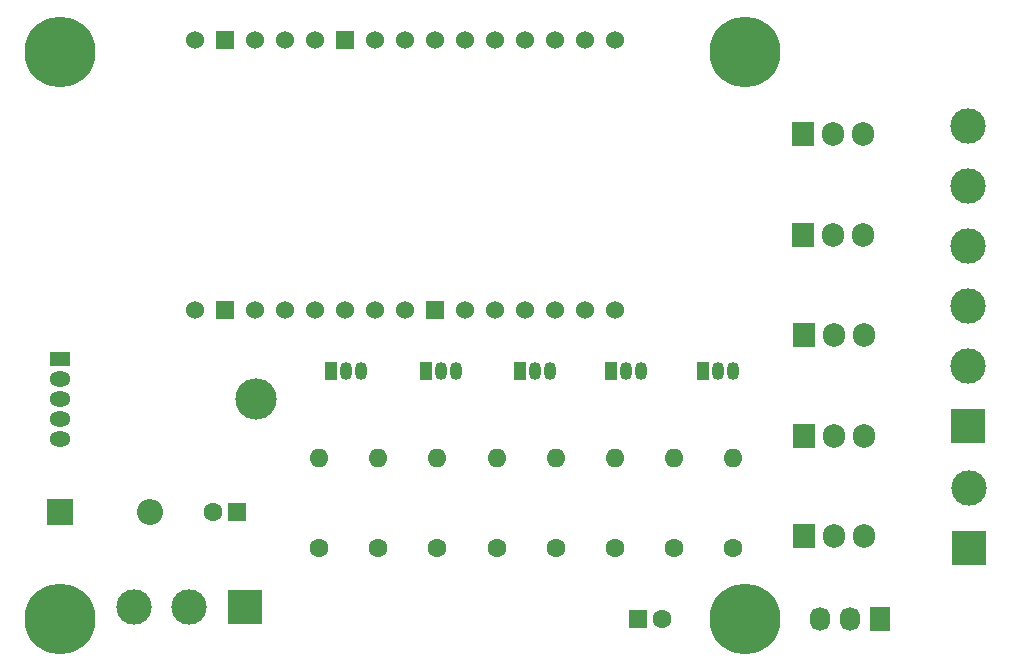
<source format=gbr>
%TF.GenerationSoftware,KiCad,Pcbnew,5.1.10-88a1d61d58~90~ubuntu20.04.1*%
%TF.CreationDate,2021-10-29T16:11:56-04:00*%
%TF.ProjectId,jrgbwww24,6a726762-7777-4773-9234-2e6b69636164,rev?*%
%TF.SameCoordinates,Original*%
%TF.FileFunction,Soldermask,Bot*%
%TF.FilePolarity,Negative*%
%FSLAX46Y46*%
G04 Gerber Fmt 4.6, Leading zero omitted, Abs format (unit mm)*
G04 Created by KiCad (PCBNEW 5.1.10-88a1d61d58~90~ubuntu20.04.1) date 2021-10-29 16:11:56*
%MOMM*%
%LPD*%
G01*
G04 APERTURE LIST*
%ADD10O,2.200000X2.200000*%
%ADD11R,2.200000X2.200000*%
%ADD12O,1.050000X1.500000*%
%ADD13R,1.050000X1.500000*%
%ADD14O,1.730000X2.030000*%
%ADD15R,1.730000X2.030000*%
%ADD16O,1.800000X1.275000*%
%ADD17R,1.800000X1.275000*%
%ADD18O,3.500000X3.500000*%
%ADD19C,3.000000*%
%ADD20R,3.000000X3.000000*%
%ADD21C,1.600000*%
%ADD22R,1.600000X1.600000*%
%ADD23O,1.905000X2.000000*%
%ADD24R,1.905000X2.000000*%
%ADD25C,6.000000*%
%ADD26C,1.524000*%
%ADD27R,1.524000X1.524000*%
%ADD28O,1.600000X1.600000*%
G04 APERTURE END LIST*
D10*
%TO.C,D4*%
X101620000Y-103000000D03*
D11*
X94000000Y-103000000D03*
%TD*%
D12*
%TO.C,Q5*%
X118270000Y-91000000D03*
X119540000Y-91000000D03*
D13*
X117000000Y-91000000D03*
%TD*%
D12*
%TO.C,Q4*%
X126270000Y-91000000D03*
X127540000Y-91000000D03*
D13*
X125000000Y-91000000D03*
%TD*%
D12*
%TO.C,Q3*%
X134270000Y-91000000D03*
X135540000Y-91000000D03*
D13*
X133000000Y-91000000D03*
%TD*%
D12*
%TO.C,Q2*%
X142000000Y-91000000D03*
X143270000Y-91000000D03*
D13*
X140730000Y-91000000D03*
%TD*%
D12*
%TO.C,Q1*%
X149770000Y-91000000D03*
X151040000Y-91000000D03*
D13*
X148500000Y-91000000D03*
%TD*%
D14*
%TO.C,J3*%
X158420000Y-112000000D03*
X160960000Y-112000000D03*
D15*
X163500000Y-112000000D03*
%TD*%
D16*
%TO.C,U2*%
X94000000Y-96800000D03*
X94000000Y-95100000D03*
X94000000Y-93400000D03*
X94000000Y-91700000D03*
D17*
X94000000Y-90000000D03*
D18*
X110660000Y-93400000D03*
%TD*%
D19*
%TO.C,SW1*%
X100300000Y-111000000D03*
X105000000Y-111000000D03*
D20*
X109700000Y-111000000D03*
%TD*%
D19*
%TO.C,J1*%
X171000000Y-100920000D03*
D20*
X171000000Y-106000000D03*
%TD*%
D21*
%TO.C,C2*%
X107000000Y-103000000D03*
D22*
X109000000Y-103000000D03*
%TD*%
D21*
%TO.C,C1*%
X145000000Y-112000000D03*
D22*
X143000000Y-112000000D03*
%TD*%
D23*
%TO.C,Q8*%
X162080000Y-88000000D03*
X159540000Y-88000000D03*
D24*
X157000000Y-88000000D03*
%TD*%
D23*
%TO.C,Q7*%
X162080000Y-96500000D03*
X159540000Y-96500000D03*
D24*
X157000000Y-96500000D03*
%TD*%
D23*
%TO.C,Q10*%
X162040000Y-71000000D03*
X159500000Y-71000000D03*
D24*
X156960000Y-71000000D03*
%TD*%
D23*
%TO.C,Q9*%
X162040000Y-79500000D03*
X159500000Y-79500000D03*
D24*
X156960000Y-79500000D03*
%TD*%
D23*
%TO.C,Q6*%
X162080000Y-105000000D03*
X159540000Y-105000000D03*
D24*
X157000000Y-105000000D03*
%TD*%
D25*
%TO.C,REF\u002A\u002A*%
X152000000Y-64000000D03*
%TD*%
%TO.C,REF\u002A\u002A*%
X152000000Y-112000000D03*
%TD*%
%TO.C,REF\u002A\u002A*%
X94000000Y-112000000D03*
%TD*%
%TO.C,REF\u002A\u002A*%
X94000000Y-64000000D03*
%TD*%
D26*
%TO.C,U1*%
X105440000Y-85860000D03*
D27*
X107980000Y-85860000D03*
D26*
X110520000Y-85860000D03*
X113060000Y-85860000D03*
X115600000Y-85860000D03*
X118140000Y-85860000D03*
X120680000Y-85860000D03*
X123220000Y-85860000D03*
D27*
X125760000Y-85860000D03*
D26*
X128300000Y-85860000D03*
X130840000Y-85860000D03*
X133380000Y-85860000D03*
X135920000Y-85860000D03*
X138460000Y-85860000D03*
X141000000Y-85860000D03*
X105440000Y-63000000D03*
D27*
X107980000Y-63000000D03*
D26*
X110520000Y-63000000D03*
X113060000Y-63000000D03*
X115600000Y-63000000D03*
D27*
X118140000Y-63000000D03*
D26*
X120680000Y-63000000D03*
X123220000Y-63000000D03*
X125760000Y-63000000D03*
X128300000Y-63000000D03*
X130840000Y-63000000D03*
X133380000Y-63000000D03*
X135920000Y-63000000D03*
X138460000Y-63000000D03*
X141000000Y-63000000D03*
%TD*%
D28*
%TO.C,R8*%
X126000000Y-98380000D03*
D21*
X126000000Y-106000000D03*
%TD*%
D28*
%TO.C,R7*%
X121000000Y-98380000D03*
D21*
X121000000Y-106000000D03*
%TD*%
D28*
%TO.C,R6*%
X116000000Y-98380000D03*
D21*
X116000000Y-106000000D03*
%TD*%
D28*
%TO.C,R5*%
X131000000Y-98380000D03*
D21*
X131000000Y-106000000D03*
%TD*%
D28*
%TO.C,R4*%
X136000000Y-98380000D03*
D21*
X136000000Y-106000000D03*
%TD*%
D28*
%TO.C,R3*%
X141000000Y-98380000D03*
D21*
X141000000Y-106000000D03*
%TD*%
D28*
%TO.C,R2*%
X146000000Y-98380000D03*
D21*
X146000000Y-106000000D03*
%TD*%
D28*
%TO.C,R1*%
X151000000Y-98380000D03*
D21*
X151000000Y-106000000D03*
%TD*%
D19*
%TO.C,J2*%
X170925300Y-70330600D03*
X170925300Y-75410600D03*
X170925300Y-80490600D03*
D20*
X170925300Y-95730600D03*
D19*
X170925300Y-85570600D03*
X170925300Y-90650600D03*
%TD*%
M02*

</source>
